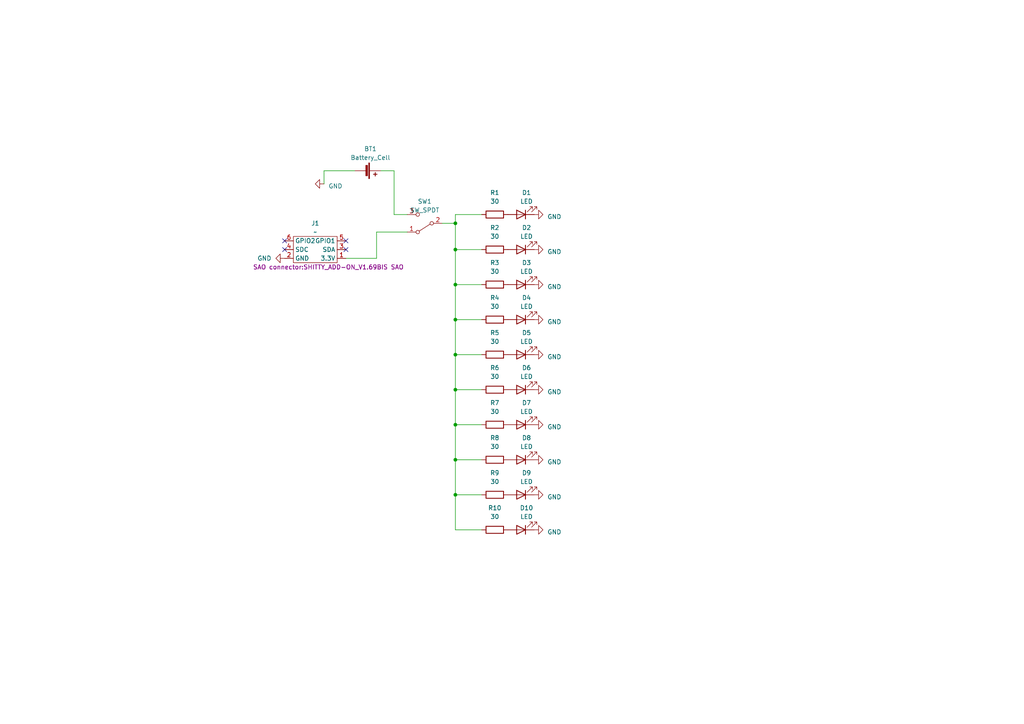
<source format=kicad_sch>
(kicad_sch (version 20231120) (generator "eeschema") (generator_version "8.0")
  (paper "A4")
  (lib_symbols
    (symbol "Device:Battery_Cell" (pin_numbers hide) (pin_names (offset 0) hide)
      (property "Reference" "BT" (at 2.54 2.54 0))
      (property "Value" "Battery_Cell" (at 2.54 0 0))
      (symbol "Battery_Cell_0_1"
        (rectangle (start -2.286 1.778) (end 2.286 1.524) (fill (type outline)))
        (rectangle (start -1.5748 1.1938) (end 1.4732 0.6858) (fill (type outline)))
        (polyline (pts (xy 0 0.762) (xy 0 0)))
        (polyline (pts (xy 0 1.778) (xy 0 2.54)))
        (polyline (pts (xy 0.508 3.429) (xy 1.524 3.429)) (stroke (width 0.254)))
        (polyline (pts (xy 1.016 3.937) (xy 1.016 2.921)) (stroke (width 0.254)))
      )
      (symbol "Battery_Cell_1_1"
        (pin passive line (at 0 5.08 270) (length 2.54) (name "+") (number "1"))
        (pin passive line (at 0 -2.54 90) (length 2.54) (name "-") (number "2"))
      )
    )
    (symbol "Device:LED" (pin_numbers hide) (pin_names (offset 1.016) hide)
      (property "Reference" "D" (at 0 2.54 0))
      (property "Value" "LED" (at 0 -2.54 0))
      (symbol "LED_0_1"
        (polyline (pts (xy -1.27 -1.27) (xy -1.27 1.27)) (stroke (width 0.254)))
        (polyline (pts (xy -1.27 0) (xy 1.27 0)))
        (polyline (pts (xy 1.27 -1.27) (xy 1.27 1.27) (xy -1.27 0) (xy 1.27 -1.27)) (stroke (width 0.254)))
        (polyline (pts (xy -3.048 -0.762) (xy -4.572 -2.286) (xy -3.81 -2.286) (xy -4.572 -2.286) (xy -4.572 -1.524)))
        (polyline (pts (xy -1.778 -0.762) (xy -3.302 -2.286) (xy -2.54 -2.286) (xy -3.302 -2.286) (xy -3.302 -1.524)))
      )
      (symbol "LED_1_1"
        (pin passive line (at -3.81 0 0) (length 2.54) (name "K") (number "1"))
        (pin passive line (at 3.81 0 180) (length 2.54) (name "A") (number "2"))
      )
    )
    (symbol "Device:R" (pin_numbers hide) (pin_names (offset 0))
      (property "Reference" "R" (at 2.032 0 90))
      (property "Value" "R" (at 0 0 90))
      (symbol "R_0_1"
        (rectangle (start -1.016 -2.54) (end 1.016 2.54) (stroke (width 0.254)))
      )
      (symbol "R_1_1"
        (pin passive line (at 0 3.81 270) (length 1.27) (name "~") (number "1"))
        (pin passive line (at 0 -3.81 90) (length 1.27) (name "~") (number "2"))
      )
    )
    (symbol "SAO connector:SHITTY_ADD-ON_V1.69BIS SAO"
      (property "Reference" "J" (at 0 -5.334 0))
      (symbol "SHITTY_ADD-ON_V1.69BIS SAO_0_1"
        (rectangle (start 6.35 3.81) (end -6.35 -3.81))
      )
      (symbol "SHITTY_ADD-ON_V1.69BIS SAO_1_1"
        (pin power_in line (at -8.89 2.54 0) (length 2.54) (name "3.3V") (number "1"))
        (pin power_in line (at 8.89 2.54 180) (length 2.54) (name "GND") (number "2"))
        (pin input line (at -8.89 0 0) (length 2.54) (name "SDA") (number "3"))
        (pin input line (at 8.89 0 180) (length 2.54) (name "SDC") (number "4"))
        (pin input line (at -8.89 -2.54 0) (length 2.54) (name "GPIO1") (number "5"))
        (pin input line (at 8.89 -2.54 180) (length 2.54) (name "GPIO2") (number "6"))
      )
    )
    (symbol "Switch:SW_SPDT" (pin_names (offset 0) hide)
      (property "Reference" "SW" (at 0 4.318 0))
      (property "Value" "SW_SPDT" (at 0 -5.08 0))
      (symbol "SW_SPDT_0_0"
        (circle (center -2.032 0) (radius 0.508))
        (circle (center 2.032 -2.54) (radius 0.508))
      )
      (symbol "SW_SPDT_0_1"
        (polyline (pts (xy -1.524 0.254) (xy 1.651 2.286)))
        (circle (center 2.032 2.54) (radius 0.508))
      )
      (symbol "SW_SPDT_1_1"
        (pin passive line (at 5.08 2.54 180) (length 2.54) (name "A") (number "1"))
        (pin passive line (at -5.08 0 0) (length 2.54) (name "B") (number "2"))
        (pin passive line (at 5.08 -2.54 180) (length 2.54) (name "C") (number "3"))
      )
    )
    (symbol "power:GND" (power) (pin_names (offset 0))
      (property "Value" "GND" (at 0 -3.81 0))
      (symbol "GND_0_1"
        (polyline (pts (xy 0 0) (xy 0 -1.27) (xy 1.27 -1.27) (xy 0 -2.54) (xy -1.27 -1.27) (xy 0 -1.27)))
      )
      (symbol "GND_1_1"
        (pin power_in line (at 0 0 270) (length 0) hide (name "GND") (number "1"))
      )
    )
  )
  (junction (at 132.08 92.71))
  (junction (at 132.08 102.87))
  (junction (at 132.08 72.39))
  (junction (at 132.08 113.03))
  (junction (at 132.08 143.51))
  (junction (at 132.08 133.35))
  (junction (at 132.08 123.19))
  (junction (at 132.08 64.77))
  (junction (at 132.08 82.55))
  (no_connect (at 100.33 72.39))
  (no_connect (at 82.55 72.39))
  (no_connect (at 100.33 69.85))
  (no_connect (at 82.55 69.85))
  (wire (pts (xy 132.08 72.39) (xy 132.08 82.55)))
  (wire (pts (xy 139.7 62.23) (xy 132.08 62.23)))
  (wire (pts (xy 132.08 62.23) (xy 132.08 64.77)))
  (wire (pts (xy 132.08 123.19) (xy 139.7 123.19)))
  (wire (pts (xy 93.98 49.53) (xy 102.87 49.53)))
  (wire (pts (xy 132.08 113.03) (xy 139.7 113.03)))
  (wire (pts (xy 132.08 92.71) (xy 132.08 102.87)))
  (wire (pts (xy 132.08 113.03) (xy 132.08 123.19)))
  (wire (pts (xy 100.33 74.93) (xy 109.22 74.93)))
  (wire (pts (xy 93.98 53.34) (xy 93.98 49.53)))
  (wire (pts (xy 132.08 133.35) (xy 132.08 143.51)))
  (wire (pts (xy 132.08 133.35) (xy 139.7 133.35)))
  (wire (pts (xy 114.3 62.23) (xy 118.11 62.23)))
  (wire (pts (xy 109.22 74.93) (xy 109.22 67.31)))
  (wire (pts (xy 132.08 82.55) (xy 132.08 92.71)))
  (wire (pts (xy 132.08 64.77) (xy 132.08 72.39)))
  (wire (pts (xy 132.08 143.51) (xy 139.7 143.51)))
  (wire (pts (xy 132.08 123.19) (xy 132.08 133.35)))
  (wire (pts (xy 132.08 72.39) (xy 139.7 72.39)))
  (wire (pts (xy 132.08 82.55) (xy 139.7 82.55)))
  (wire (pts (xy 139.7 102.87) (xy 132.08 102.87)))
  (wire (pts (xy 132.08 143.51) (xy 132.08 153.67)))
  (wire (pts (xy 114.3 49.53) (xy 114.3 62.23)))
  (wire (pts (xy 110.49 49.53) (xy 114.3 49.53)))
  (wire (pts (xy 132.08 102.87) (xy 132.08 113.03)))
  (wire (pts (xy 109.22 67.31) (xy 118.11 67.31)))
  (wire (pts (xy 128.27 64.77) (xy 132.08 64.77)))
  (wire (pts (xy 132.08 153.67) (xy 139.7 153.67)))
  (wire (pts (xy 132.08 92.71) (xy 139.7 92.71)))
  (symbol (lib_id "power:GND") (at 154.94 143.51 90) (unit 1)
    (property "Reference" "#PWR011" (effects (hide yes)))
    (property "Value" "GND" (at 158.75 144.145 90) (effects (justify right)))
  )
  (symbol (lib_id "Device:R") (at 143.51 153.67 90) (unit 1)
    (property "Reference" "R10" (at 143.51 147.32 90))
    (property "Value" "30" (at 143.51 149.86 90))
    (property "Footprint" "Resistor_SMD:R_1206_3216Metric_Pad1.30x1.75mm_HandSolder" (effects (hide yes)))
  )
  (symbol (lib_id "power:GND") (at 154.94 102.87 90) (unit 1)
    (property "Reference" "#PWR07" (effects (hide yes)))
    (property "Value" "GND" (at 158.75 103.505 90) (effects (justify right)))
  )
  (symbol (lib_id "Device:R") (at 143.51 62.23 90) (unit 1)
    (property "Reference" "R1" (at 143.51 55.88 90))
    (property "Value" "30" (at 143.51 58.42 90))
    (property "Footprint" "Resistor_SMD:R_1206_3216Metric_Pad1.30x1.75mm_HandSolder" (effects (hide yes)))
  )
  (symbol (lib_id "power:GND") (at 154.94 123.19 90) (unit 1)
    (property "Reference" "#PWR09" (effects (hide yes)))
    (property "Value" "GND" (at 158.75 123.825 90) (effects (justify right)))
  )
  (symbol (lib_id "Device:R") (at 143.51 143.51 90) (unit 1)
    (property "Reference" "R9" (at 143.51 137.16 90))
    (property "Value" "30" (at 143.51 139.7 90))
    (property "Footprint" "Resistor_SMD:R_1206_3216Metric_Pad1.30x1.75mm_HandSolder" (effects (hide yes)))
  )
  (symbol (lib_id "Device:LED") (at 151.13 102.87 180) (unit 1)
    (property "Reference" "D5" (at 152.7175 96.52 0))
    (property "Value" "LED" (at 152.7175 99.06 0))
    (property "Footprint" "LED_THT:LED_D5.0mm" (effects (hide yes)))
  )
  (symbol (lib_id "Device:LED") (at 151.13 82.55 180) (unit 1)
    (property "Reference" "D3" (at 152.7175 76.2 0))
    (property "Value" "LED" (at 152.7175 78.74 0))
    (property "Footprint" "LED_THT:LED_D5.0mm" (effects (hide yes)))
  )
  (symbol (lib_id "power:GND") (at 93.98 53.34 270) (unit 1)
    (property "Reference" "#PWR01" (effects (hide yes)))
    (property "Value" "GND" (at 95.25 53.975 90) (effects (justify left)))
  )
  (symbol (lib_id "Device:R") (at 143.51 102.87 90) (unit 1)
    (property "Reference" "R5" (at 143.51 96.52 90))
    (property "Value" "30" (at 143.51 99.06 90))
    (property "Footprint" "Resistor_SMD:R_1206_3216Metric_Pad1.30x1.75mm_HandSolder" (effects (hide yes)))
  )
  (symbol (lib_id "Device:R") (at 143.51 133.35 90) (unit 1)
    (property "Reference" "R8" (at 143.51 127 90))
    (property "Value" "30" (at 143.51 129.54 90))
    (property "Footprint" "Resistor_SMD:R_1206_3216Metric_Pad1.30x1.75mm_HandSolder" (effects (hide yes)))
  )
  (symbol (lib_id "Device:R") (at 143.51 113.03 90) (unit 1)
    (property "Reference" "R6" (at 143.51 106.68 90))
    (property "Value" "30" (at 143.51 109.22 90))
    (property "Footprint" "Resistor_SMD:R_1206_3216Metric_Pad1.30x1.75mm_HandSolder" (effects (hide yes)))
  )
  (symbol (lib_id "Device:R") (at 143.51 123.19 90) (unit 1)
    (property "Reference" "R7" (at 143.51 116.84 90))
    (property "Value" "30" (at 143.51 119.38 90))
    (property "Footprint" "Resistor_SMD:R_1206_3216Metric_Pad1.30x1.75mm_HandSolder" (effects (hide yes)))
  )
  (symbol (lib_id "Device:R") (at 143.51 92.71 90) (unit 1)
    (property "Reference" "R4" (at 143.51 86.36 90))
    (property "Value" "30" (at 143.51 88.9 90))
    (property "Footprint" "Resistor_SMD:R_1206_3216Metric_Pad1.30x1.75mm_HandSolder" (effects (hide yes)))
  )
  (symbol (lib_id "power:GND") (at 154.94 82.55 90) (unit 1)
    (property "Reference" "#PWR05" (effects (hide yes)))
    (property "Value" "GND" (at 158.75 83.185 90) (effects (justify right)))
  )
  (symbol (lib_id "power:GND") (at 82.55 74.93 270) (unit 1)
    (property "Reference" "#PWR02" (effects (hide yes)))
    (property "Value" "GND" (at 78.74 74.9299 90) (effects (justify right)))
  )
  (symbol (lib_id "Device:LED") (at 151.13 62.23 180) (unit 1)
    (property "Reference" "D1" (at 152.7175 55.88 0))
    (property "Value" "LED" (at 152.7175 58.42 0))
    (property "Footprint" "LED_THT:LED_D5.0mm" (effects (hide yes)))
  )
  (symbol (lib_id "Switch:SW_SPDT") (at 123.19 64.77 180) (unit 1)
    (property "Reference" "SW1" (at 123.19 58.42 0))
    (property "Value" "SW_SPDT" (at 123.19 60.96 0))
    (property "Footprint" "Button_Switch_SMD:SW_SPDT_PCM12" (effects (hide yes)))
  )
  (symbol (lib_id "Device:Battery_Cell") (at 105.41 49.53 270) (unit 1)
    (property "Reference" "BT1" (at 107.442 43.18 90))
    (property "Value" "Battery_Cell" (at 107.442 45.72 90))
    (property "Footprint" "Battery:BatteryHolder_Keystone_3034_1x20mm" (effects (hide yes)))
  )
  (symbol (lib_id "Device:LED") (at 151.13 72.39 180) (unit 1)
    (property "Reference" "D2" (at 152.7175 66.04 0))
    (property "Value" "LED" (at 152.7175 68.58 0))
    (property "Footprint" "LED_THT:LED_D5.0mm" (effects (hide yes)))
  )
  (symbol (lib_id "SAO connector:SHITTY_ADD-ON_V1.69BIS SAO") (at 91.44 72.39 180) (unit 1)
    (property "Reference" "J1" (at 91.44 64.77 0))
    (property "Value" "~" (at 91.44 67.31 0))
    (property "Footprint" "SAO connector:SHITTY_ADD-ON_V1.69BIS SAO" (at 95.25 77.47 0))
  )
  (symbol (lib_id "Device:LED") (at 151.13 143.51 180) (unit 1)
    (property "Reference" "D9" (at 152.7175 137.16 0))
    (property "Value" "LED" (at 152.7175 139.7 0))
    (property "Footprint" "LED_THT:LED_D5.0mm" (effects (hide yes)))
  )
  (symbol (lib_id "Device:LED") (at 151.13 92.71 180) (unit 1)
    (property "Reference" "D4" (at 152.7175 86.36 0))
    (property "Value" "LED" (at 152.7175 88.9 0))
    (property "Footprint" "LED_THT:LED_D5.0mm" (effects (hide yes)))
  )
  (symbol (lib_id "Device:R") (at 143.51 82.55 90) (unit 1)
    (property "Reference" "R3" (at 143.51 76.2 90))
    (property "Value" "30" (at 143.51 78.74 90))
    (property "Footprint" "Resistor_SMD:R_1206_3216Metric_Pad1.30x1.75mm_HandSolder" (effects (hide yes)))
  )
  (symbol (lib_id "Device:LED") (at 151.13 123.19 180) (unit 1)
    (property "Reference" "D7" (at 152.7175 116.84 0))
    (property "Value" "LED" (at 152.7175 119.38 0))
    (property "Footprint" "LED_THT:LED_D5.0mm" (effects (hide yes)))
  )
  (symbol (lib_id "power:GND") (at 154.94 113.03 90) (unit 1)
    (property "Reference" "#PWR08" (effects (hide yes)))
    (property "Value" "GND" (at 158.75 113.665 90) (effects (justify right)))
  )
  (symbol (lib_id "power:GND") (at 154.94 72.39 90) (unit 1)
    (property "Reference" "#PWR04" (effects (hide yes)))
    (property "Value" "GND" (at 158.75 73.025 90) (effects (justify right)))
  )
  (symbol (lib_id "power:GND") (at 154.94 153.67 90) (unit 1)
    (property "Reference" "#PWR012" (effects (hide yes)))
    (property "Value" "GND" (at 158.75 154.305 90) (effects (justify right)))
  )
  (symbol (lib_id "Device:LED") (at 151.13 133.35 180) (unit 1)
    (property "Reference" "D8" (at 152.7175 127 0))
    (property "Value" "LED" (at 152.7175 129.54 0))
    (property "Footprint" "LED_THT:LED_D5.0mm" (effects (hide yes)))
  )
  (symbol (lib_id "Device:R") (at 143.51 72.39 90) (unit 1)
    (property "Reference" "R2" (at 143.51 66.04 90))
    (property "Value" "30" (at 143.51 68.58 90))
    (property "Footprint" "Resistor_SMD:R_1206_3216Metric_Pad1.30x1.75mm_HandSolder" (effects (hide yes)))
  )
  (symbol (lib_id "power:GND") (at 154.94 133.35 90) (unit 1)
    (property "Reference" "#PWR010" (effects (hide yes)))
    (property "Value" "GND" (at 158.75 133.985 90) (effects (justify right)))
  )
  (symbol (lib_id "power:GND") (at 154.94 62.23 90) (unit 1)
    (property "Reference" "#PWR03" (effects (hide yes)))
    (property "Value" "GND" (at 158.75 62.865 90) (effects (justify right)))
  )
  (symbol (lib_id "Device:LED") (at 151.13 113.03 180) (unit 1)
    (property "Reference" "D6" (at 152.7175 106.68 0))
    (property "Value" "LED" (at 152.7175 109.22 0))
    (property "Footprint" "LED_THT:LED_D5.0mm" (effects (hide yes)))
  )
  (symbol (lib_id "power:GND") (at 154.94 92.71 90) (unit 1)
    (property "Reference" "#PWR06" (effects (hide yes)))
    (property "Value" "GND" (at 158.75 93.345 90) (effects (justify right)))
  )
  (symbol (lib_id "Device:LED") (at 151.13 153.67 180) (unit 1)
    (property "Reference" "D10" (at 152.7175 147.32 0))
    (property "Value" "LED" (at 152.7175 149.86 0))
    (property "Footprint" "LED_THT:LED_D5.0mm" (effects (hide yes)))
  )
)
</source>
